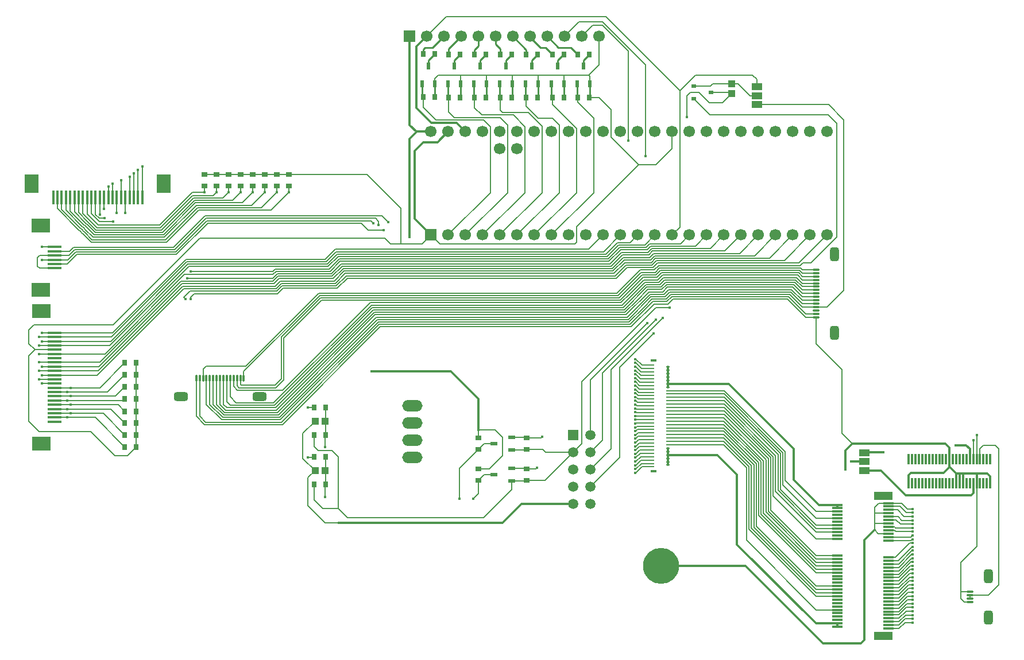
<source format=gtl>
G04*
G04 #@! TF.GenerationSoftware,Altium Limited,Altium Designer,18.0.12 (696)*
G04*
G04 Layer_Physical_Order=1*
G04 Layer_Color=255*
%FSLAX25Y25*%
%MOIN*%
G70*
G01*
G75*
%ADD14C,0.00800*%
%ADD15R,0.05906X0.03937*%
%ADD16R,0.03937X0.03937*%
%ADD17R,0.02835X0.00984*%
%ADD18R,0.02244X0.00984*%
%ADD19R,0.03740X0.01575*%
G04:AMPARAMS|DCode=20|XSize=39.37mil|YSize=11.81mil|CornerRadius=2.95mil|HoleSize=0mil|Usage=FLASHONLY|Rotation=180.000|XOffset=0mil|YOffset=0mil|HoleType=Round|Shape=RoundedRectangle|*
%AMROUNDEDRECTD20*
21,1,0.03937,0.00591,0,0,180.0*
21,1,0.03347,0.01181,0,0,180.0*
1,1,0.00591,-0.01673,0.00295*
1,1,0.00591,0.01673,0.00295*
1,1,0.00591,0.01673,-0.00295*
1,1,0.00591,-0.01673,-0.00295*
%
%ADD20ROUNDEDRECTD20*%
G04:AMPARAMS|DCode=21|XSize=51.18mil|YSize=78.74mil|CornerRadius=12.8mil|HoleSize=0mil|Usage=FLASHONLY|Rotation=180.000|XOffset=0mil|YOffset=0mil|HoleType=Round|Shape=RoundedRectangle|*
%AMROUNDEDRECTD21*
21,1,0.05118,0.05315,0,0,180.0*
21,1,0.02559,0.07874,0,0,180.0*
1,1,0.02559,-0.01280,0.02657*
1,1,0.02559,0.01280,0.02657*
1,1,0.02559,0.01280,-0.02657*
1,1,0.02559,-0.01280,-0.02657*
%
%ADD21ROUNDEDRECTD21*%
%ADD22R,0.02756X0.03543*%
%ADD23R,0.01181X0.06299*%
%ADD24R,0.11024X0.08268*%
%ADD25R,0.07874X0.01575*%
%ADD26R,0.08268X0.11024*%
%ADD27R,0.01575X0.07874*%
G04:AMPARAMS|DCode=28|XSize=51.18mil|YSize=78.74mil|CornerRadius=12.8mil|HoleSize=0mil|Usage=FLASHONLY|Rotation=90.000|XOffset=0mil|YOffset=0mil|HoleType=Round|Shape=RoundedRectangle|*
%AMROUNDEDRECTD28*
21,1,0.05118,0.05315,0,0,90.0*
21,1,0.02559,0.07874,0,0,90.0*
1,1,0.02559,0.02657,0.01280*
1,1,0.02559,0.02657,-0.01280*
1,1,0.02559,-0.02657,-0.01280*
1,1,0.02559,-0.02657,0.01280*
%
%ADD28ROUNDEDRECTD28*%
G04:AMPARAMS|DCode=29|XSize=39.37mil|YSize=11.81mil|CornerRadius=2.95mil|HoleSize=0mil|Usage=FLASHONLY|Rotation=90.000|XOffset=0mil|YOffset=0mil|HoleType=Round|Shape=RoundedRectangle|*
%AMROUNDEDRECTD29*
21,1,0.03937,0.00591,0,0,90.0*
21,1,0.03347,0.01181,0,0,90.0*
1,1,0.00591,0.00295,0.01673*
1,1,0.00591,0.00295,-0.01673*
1,1,0.00591,-0.00295,-0.01673*
1,1,0.00591,-0.00295,0.01673*
%
%ADD29ROUNDEDRECTD29*%
%ADD30R,0.03937X0.03937*%
%ADD31R,0.04134X0.02362*%
%ADD32R,0.03543X0.02756*%
%ADD33R,0.10827X0.04724*%
%ADD34R,0.06102X0.01181*%
%ADD35R,0.02362X0.04134*%
%ADD36R,0.02953X0.02362*%
%ADD67C,0.20866*%
%ADD68C,0.01200*%
%ADD69C,0.01000*%
%ADD70O,0.11811X0.06693*%
%ADD71R,0.06693X0.06693*%
%ADD72C,0.06693*%
%ADD73C,0.05906*%
%ADD74R,0.05906X0.05906*%
%ADD75C,0.01600*%
D14*
X492713Y99713D02*
X509000Y116000D01*
X482000Y99713D02*
X492713D01*
X482000Y117744D02*
X491256D01*
X493000Y116000D01*
X509000D01*
X514000Y121000D01*
Y157000D01*
X557000Y200000D01*
X565000D01*
X519000Y106000D02*
X531000Y118000D01*
Y164000D01*
X561000Y194000D01*
X519000Y96000D02*
X536000Y113000D01*
Y165400D01*
X555600Y185000D01*
X519000Y116000D02*
X526000Y123000D01*
Y162000D01*
X557000Y193000D01*
X519000Y126000D02*
Y158000D01*
X552000Y191000D01*
X596405Y130095D02*
X616600Y109899D01*
X564000Y130095D02*
X596405D01*
X596416Y132063D02*
X618000Y110479D01*
X564000Y132063D02*
X596416D01*
X596428Y134031D02*
X619400Y111059D01*
X564000Y134031D02*
X596428D01*
X596439Y136000D02*
X620800Y111639D01*
X564000Y136000D02*
X596439D01*
X596451Y137969D02*
X622200Y112219D01*
X564000Y137969D02*
X596451D01*
X596462Y139937D02*
X623600Y112799D01*
X564000Y139937D02*
X596462D01*
X596473Y141905D02*
X625000Y113379D01*
X564000Y141905D02*
X596473D01*
X596485Y143874D02*
X626400Y113959D01*
X564000Y143874D02*
X596485D01*
X596496Y145843D02*
X627800Y114539D01*
X564000Y145843D02*
X596496D01*
X596507Y147811D02*
X629200Y115119D01*
X564000Y147811D02*
X596507D01*
X596519Y149779D02*
X630600Y115698D01*
X564000Y149779D02*
X596519D01*
X596530Y151748D02*
X632000Y116278D01*
X564000Y151748D02*
X596530D01*
X564000Y128126D02*
X596394D01*
X564000Y126157D02*
X596382D01*
X564000Y124189D02*
X596371D01*
X564000Y122221D02*
X596359D01*
X650000Y81496D02*
X662276D01*
X650000Y77559D02*
X662276D01*
X650000Y73622D02*
X662276D01*
X649989Y71653D02*
X662276D01*
X649977Y69685D02*
X662276D01*
X650000Y65748D02*
X662276D01*
X650000Y55905D02*
X662276D01*
X649989Y53937D02*
X662276D01*
X649977Y51968D02*
X662276D01*
X649966Y50000D02*
X662276D01*
X649954Y48031D02*
X662276D01*
X649943Y46063D02*
X662276D01*
X650000Y38189D02*
X662276D01*
X649989Y36220D02*
X662276D01*
X650000Y24409D02*
X662276D01*
X632000Y99496D02*
Y116278D01*
X622200Y81726D02*
Y112219D01*
X618000Y79986D02*
Y110479D01*
X616600Y79406D02*
Y109899D01*
X596394Y128126D02*
X615200Y109320D01*
Y72989D02*
Y109320D01*
X596382Y126157D02*
X613800Y108740D01*
Y72409D02*
Y108740D01*
X596371Y124189D02*
X612400Y108160D01*
X596359Y122221D02*
X611000Y107580D01*
X564000Y120252D02*
X596348D01*
X609600Y107000D01*
Y64810D02*
Y107000D01*
Y64810D02*
X650000Y24409D01*
X611000Y71249D02*
X649966Y32283D01*
X662276D01*
X611000Y71249D02*
Y107580D01*
X612400Y71829D02*
X649977Y34252D01*
X662276D01*
X612400Y71829D02*
Y108160D01*
X613800Y72409D02*
X649989Y36220D01*
X615200Y72989D02*
X650000Y38189D01*
X616600Y79406D02*
X649943Y46063D01*
X618000Y79986D02*
X649954Y48031D01*
X619400Y80566D02*
X649966Y50000D01*
X619400Y80566D02*
Y111059D01*
X620800Y81146D02*
X649977Y51968D01*
X620800Y81146D02*
Y111639D01*
X622200Y81726D02*
X649989Y53937D01*
X623600Y82306D02*
Y112799D01*
Y82306D02*
X650000Y55905D01*
X625000Y90748D02*
Y113379D01*
Y90748D02*
X650000Y65748D01*
X626400Y93262D02*
X649977Y69685D01*
X626400Y93262D02*
Y113959D01*
X627800Y93842D02*
X649989Y71653D01*
X627800Y93842D02*
Y114539D01*
X629200Y94422D02*
Y115119D01*
Y94422D02*
X650000Y73622D01*
X630600Y96959D02*
Y115698D01*
Y96959D02*
X650000Y77559D01*
X632000Y99496D02*
X650000Y81496D01*
X692000Y86417D02*
X699583D01*
X703000Y83000D01*
X706000D01*
X686417Y86417D02*
X692000D01*
X684000Y80800D02*
Y84000D01*
X684288Y80512D02*
X692000D01*
X684000Y80800D02*
X684288Y80512D01*
X684394Y74606D02*
X692000D01*
X684000Y70800D02*
Y75000D01*
Y80800D01*
X686099Y68701D02*
X692000D01*
X684000Y75000D02*
X684394Y74606D01*
X684000Y84000D02*
X686417Y86417D01*
X684000Y70800D02*
X686099Y68701D01*
X548818Y166512D02*
X554531D01*
X545346Y169984D02*
X548818Y166512D01*
X545000Y169984D02*
X545346D01*
X692000Y84449D02*
X698551D01*
X702200Y80800D02*
X706000D01*
X698551Y84449D02*
X702200Y80800D01*
X545000Y167784D02*
X545346D01*
X548587Y164543D02*
X554531D01*
X545346Y167784D02*
X548587Y164543D01*
X692000Y82480D02*
X697120D01*
X701000Y78600D02*
X706000D01*
X697120Y82480D02*
X701000Y78600D01*
X545000Y165584D02*
X545346D01*
X548355Y162575D02*
X554531D01*
X545346Y165584D02*
X548355Y162575D01*
X692000Y78543D02*
X697457D01*
X699600Y76400D02*
X706000D01*
X697457Y78543D02*
X699600Y76400D01*
X545000Y163384D02*
X545346D01*
X548124Y160606D02*
X554531D01*
X545346Y163384D02*
X548124Y160606D01*
X692000Y76575D02*
X696425D01*
X698800Y74200D02*
X706000D01*
X696425Y76575D02*
X698800Y74200D01*
X545000Y161184D02*
X545346D01*
X547892Y158638D02*
X554531D01*
X545346Y161184D02*
X547892Y158638D01*
X692000Y72638D02*
X695451D01*
X696089Y72000D02*
X706000D01*
X695451Y72638D02*
X696089Y72000D01*
X545000Y158984D02*
X545346D01*
X547660Y156669D02*
X554531D01*
X545346Y158984D02*
X547660Y156669D01*
X692000Y70669D02*
X695440D01*
X696309Y69800D02*
X706000D01*
X695440Y70669D02*
X696309Y69800D01*
X545000Y156784D02*
X545346D01*
X547429Y154701D02*
X554531D01*
X545346Y156784D02*
X547429Y154701D01*
X705654Y67600D02*
X706000D01*
X704787Y66732D02*
X705654Y67600D01*
X692000Y66732D02*
X704787D01*
X545000Y154584D02*
X545346D01*
X547197Y152732D02*
X554531D01*
X545346Y154584D02*
X547197Y152732D01*
X705018Y64764D02*
X705654Y65400D01*
X706000D01*
X692000Y64764D02*
X705018D01*
X545000Y152384D02*
X545346D01*
X546966Y150764D02*
X554531D01*
X545346Y152384D02*
X546966Y150764D01*
X704200Y63200D02*
X706000D01*
X695921Y54921D02*
X704200Y63200D01*
X692000Y54921D02*
X695921D01*
X545000Y150184D02*
X545346D01*
X546735Y148795D02*
X554531D01*
X545346Y150184D02*
X546735Y148795D01*
X705654Y61000D02*
X706000D01*
X697607Y52953D02*
X705654Y61000D01*
X692000Y52953D02*
X697607D01*
X545000Y147984D02*
X545346D01*
X546503Y146827D02*
X554531D01*
X545346Y147984D02*
X546503Y146827D01*
X705654Y58800D02*
X706000D01*
X697839Y50984D02*
X705654Y58800D01*
X692000Y50984D02*
X697839D01*
X545000Y145784D02*
X545346D01*
X546272Y144858D02*
X554531D01*
X545346Y145784D02*
X546272Y144858D01*
X705434Y56600D02*
X706000D01*
X697850Y49016D02*
X705434Y56600D01*
X692000Y49016D02*
X697850D01*
X545000Y143584D02*
X545346D01*
X546040Y142890D02*
X554531D01*
X545346Y143584D02*
X546040Y142890D01*
X705214Y54400D02*
X706000D01*
X697861Y47047D02*
X705214Y54400D01*
X692000Y47047D02*
X697861D01*
X545000Y141384D02*
X545346D01*
X545809Y140921D02*
X554531D01*
X545346Y141384D02*
X545809Y140921D01*
X704994Y52200D02*
X706000D01*
X697873Y45079D02*
X704994Y52200D01*
X692000Y45079D02*
X697873D01*
X545000Y139184D02*
X545231Y138953D01*
X554531D01*
X704774Y50000D02*
X706000D01*
X697884Y43110D02*
X704774Y50000D01*
X692000Y43110D02*
X697884D01*
X545000Y136984D02*
X554531D01*
X704554Y47800D02*
X706000D01*
X697896Y41142D02*
X704554Y47800D01*
X692000Y41142D02*
X697896D01*
X545000Y134784D02*
X545231Y135016D01*
X554531D01*
X704334Y45600D02*
X706000D01*
X697907Y39173D02*
X704334Y45600D01*
X692000Y39173D02*
X697907D01*
X545809Y133047D02*
X554531D01*
X545000Y132584D02*
X545346D01*
X545809Y133047D01*
X704114Y43400D02*
X706000D01*
X697918Y37205D02*
X704114Y43400D01*
X692000Y37205D02*
X697918D01*
X546040Y131079D02*
X554531D01*
X545000Y130384D02*
X545346D01*
X546040Y131079D01*
X703894Y41200D02*
X706000D01*
X697930Y35236D02*
X703894Y41200D01*
X692000Y35236D02*
X697930D01*
X546272Y129110D02*
X554531D01*
X545000Y128184D02*
X545346D01*
X546272Y129110D01*
X703673Y39000D02*
X706000D01*
X697941Y33268D02*
X703673Y39000D01*
X692000Y33268D02*
X697941D01*
X546503Y127142D02*
X554531D01*
X545000Y125984D02*
X545346D01*
X546503Y127142D01*
X703453Y36800D02*
X706000D01*
X697953Y31299D02*
X703453Y36800D01*
X692000Y31299D02*
X697953D01*
X546735Y125173D02*
X554531D01*
X545000Y123784D02*
X545346D01*
X546735Y125173D01*
X703233Y34600D02*
X706000D01*
X697964Y29331D02*
X703233Y34600D01*
X692000Y29331D02*
X697964D01*
X546966Y123205D02*
X554531D01*
X545000Y121584D02*
X545346D01*
X546966Y123205D01*
X703013Y32400D02*
X706000D01*
X697975Y27362D02*
X703013Y32400D01*
X692000Y27362D02*
X697975D01*
X547197Y121236D02*
X554531D01*
X545000Y119384D02*
X545346D01*
X547197Y121236D01*
X702793Y30200D02*
X706000D01*
X697987Y25394D02*
X702793Y30200D01*
X692000Y25394D02*
X697987D01*
X547429Y119268D02*
X554531D01*
X545000Y117184D02*
X545346D01*
X547429Y119268D01*
X702573Y28000D02*
X706000D01*
X697998Y23425D02*
X702573Y28000D01*
X692000Y23425D02*
X697998D01*
X547660Y117299D02*
X554531D01*
X545000Y114984D02*
X545346D01*
X547660Y117299D01*
X702353Y25800D02*
X706000D01*
X698009Y21457D02*
X702353Y25800D01*
X692000Y21457D02*
X698009D01*
X547892Y115331D02*
X554531D01*
X545000Y112784D02*
X545346D01*
X547892Y115331D01*
X702133Y23600D02*
X706000D01*
X698021Y19488D02*
X702133Y23600D01*
X692000Y19488D02*
X698021D01*
X548124Y113362D02*
X554531D01*
X545000Y110584D02*
X545346D01*
X548124Y113362D01*
X701913Y21400D02*
X706000D01*
X698032Y17520D02*
X701913Y21400D01*
X692000Y17520D02*
X698032D01*
X548355Y111394D02*
X554531D01*
X545000Y108384D02*
X545346D01*
X548355Y111394D01*
X701692Y19200D02*
X706000D01*
X698044Y15551D02*
X701692Y19200D01*
X692000Y15551D02*
X698044D01*
X548587Y109425D02*
X554531D01*
X545000Y106184D02*
X545346D01*
X548587Y109425D01*
X701472Y17000D02*
X706000D01*
X698055Y13583D02*
X701472Y17000D01*
X692000Y13583D02*
X698055D01*
X548818Y107457D02*
X554531D01*
X545000Y103984D02*
X545346D01*
X548818Y107457D01*
X665000Y127000D02*
X671000Y121000D01*
X665000Y127000D02*
Y164000D01*
X734039Y52039D02*
X743126Y61126D01*
X734039Y34961D02*
Y52039D01*
X743126Y61126D02*
Y97827D01*
Y112000D02*
Y125874D01*
X741157Y112000D02*
Y122843D01*
X756000Y39000D02*
Y118000D01*
X749992Y32992D02*
X756000Y39000D01*
X739370Y32992D02*
X749992D01*
X745094Y112000D02*
Y118095D01*
X747000Y120000D01*
X754000D01*
X756000Y118000D01*
X739370Y31024D02*
Y32992D01*
X734039Y30961D02*
Y34961D01*
Y30961D02*
X735945Y29055D01*
X739370D01*
X588031Y319000D02*
X595662D01*
X582031Y325000D02*
X588031Y319000D01*
X577000Y325000D02*
X582031D01*
X600338D02*
X601000Y324338D01*
X589020Y325000D02*
X600338D01*
X595662Y319000D02*
X601000Y324338D01*
X250256Y114000D02*
X255256Y119000D01*
X243000Y114000D02*
X250256D01*
X229000Y128000D02*
X243000Y114000D01*
X199000Y128000D02*
X229000D01*
X193000Y134000D02*
X199000Y128000D01*
X193000Y134000D02*
Y172031D01*
X196484Y175516D01*
X208000D01*
X193000Y179000D02*
X196484Y175516D01*
X193000Y179000D02*
Y187000D01*
X196000Y190000D01*
X242000D01*
X292256Y240256D01*
X255256Y161000D02*
Y168000D01*
Y154000D02*
Y161000D01*
Y147000D02*
Y154000D01*
Y139772D02*
Y147000D01*
Y133000D02*
Y139772D01*
Y126000D02*
Y133000D01*
Y119000D02*
Y126000D01*
X198779Y168142D02*
X208000D01*
X614306Y230000D02*
X626417Y242112D01*
X556185Y230000D02*
X614306D01*
X553785Y227600D02*
X556185Y230000D01*
X538459Y227600D02*
X553785D01*
X532059Y221200D02*
X538459Y227600D01*
X376039Y221200D02*
X532059D01*
X370239Y215400D02*
X376039Y221200D01*
X338865Y215400D02*
X370239D01*
X335865Y212400D02*
X338865Y215400D01*
X282420Y212400D02*
X335865D01*
X233241Y163221D02*
X282420Y212400D01*
X208000Y163221D02*
X233241D01*
X198779D02*
X208000D01*
X236689Y257311D02*
Y264063D01*
X605706Y231400D02*
X616417Y242112D01*
X555605Y231400D02*
X605706D01*
X553205Y229000D02*
X555605Y231400D01*
X537879Y229000D02*
X553205D01*
X531479Y222600D02*
X537879Y229000D01*
X375459Y222600D02*
X531479D01*
X369659Y216800D02*
X375459Y222600D01*
X338285Y216800D02*
X369659D01*
X335285Y213800D02*
X338285Y216800D01*
X281840Y213800D02*
X335285D01*
X233721Y165681D02*
X281840Y213800D01*
X208000Y165681D02*
X233721D01*
X200760D02*
X208000D01*
X239150Y264063D02*
Y270150D01*
X597106Y232800D02*
X606417Y242112D01*
X555025Y232800D02*
X597106D01*
X552825Y230600D02*
X555025Y232800D01*
X537499Y230600D02*
X552825D01*
X530899Y224000D02*
X537499Y230600D01*
X374879Y224000D02*
X530899D01*
X369079Y218200D02*
X374879Y224000D01*
X337705Y218200D02*
X369079D01*
X334705Y215200D02*
X337705Y218200D01*
X281260Y215200D02*
X334705D01*
X234198Y168138D02*
X281260Y215200D01*
X208000Y168138D02*
X234198D01*
X241606Y264063D02*
Y272000D01*
X579906Y235600D02*
X586417Y242112D01*
X553865Y235600D02*
X579906D01*
X551831Y233565D02*
X553865Y235600D01*
X536505Y233565D02*
X551831D01*
X529740Y226800D02*
X536505Y233565D01*
X373720Y226800D02*
X529740D01*
X367920Y221000D02*
X373720Y226800D01*
X336546Y221000D02*
X367920D01*
X334746Y219200D02*
X336546Y221000D01*
X283280Y219200D02*
X334746D01*
X237140Y173059D02*
X283280Y219200D01*
X208000Y173059D02*
X237140D01*
X198779D02*
X208000D01*
X246528Y264063D02*
Y274000D01*
X535345Y236365D02*
X550671D01*
X556417Y242112D01*
X528580Y229600D02*
X535345Y236365D01*
X372560Y229600D02*
X528580D01*
X366760Y223800D02*
X372560Y229600D01*
X285901Y223800D02*
X366760D01*
X240077Y177976D02*
X285901Y223800D01*
X208000Y177976D02*
X240077D01*
X198779D02*
X208000D01*
X251445Y264063D02*
Y276000D01*
X534765Y237765D02*
X542071D01*
X546417Y242112D01*
X528000Y231000D02*
X534765Y237765D01*
X371980Y231000D02*
X528000D01*
X366180Y225200D02*
X371980Y231000D01*
X285321Y225200D02*
X366180D01*
X240558Y180437D02*
X285321Y225200D01*
X208000Y180437D02*
X240558D01*
X200760D02*
X208000D01*
X253906Y264063D02*
Y278000D01*
X371400Y232400D02*
X526706D01*
X536417Y242112D01*
X365600Y226600D02*
X371400Y232400D01*
X241038Y182898D02*
X284741Y226600D01*
X365600D01*
X208000Y182898D02*
X241038D01*
X198779D02*
X208000D01*
X256366Y264063D02*
Y280000D01*
X370820Y233800D02*
X518106D01*
X526417Y242112D01*
X365020Y228000D02*
X370820Y233800D01*
X241519Y185358D02*
X284161Y228000D01*
X365020D01*
X208000Y185358D02*
X241519D01*
X200760D02*
X208000D01*
X258827Y264063D02*
Y282000D01*
X234359Y254062D02*
Y263936D01*
X233875Y252000D02*
X237000D01*
X231772Y254103D02*
X233875Y252000D01*
X233895Y250000D02*
X242000D01*
X229311Y254584D02*
X233895Y250000D01*
X226850Y254150D02*
X233200Y247800D01*
X228010Y251010D02*
X232620Y246400D01*
X228010Y251010D02*
X228010D01*
X224390Y254630D02*
X228010Y251010D01*
X227430Y249610D02*
X232040Y245000D01*
X227430Y249610D02*
X227430D01*
X227020Y250020D02*
X227430Y249610D01*
X227020Y250020D02*
X227020D01*
X221929Y255111D02*
X227020Y250020D01*
X226850Y248210D02*
X231460Y243600D01*
X226850Y248210D02*
X226850D01*
X226440Y248620D02*
X226850Y248210D01*
X226440Y248620D02*
X226440D01*
X226030Y249030D02*
X226440Y248620D01*
X226030Y249030D02*
X226030D01*
X219468Y255592D02*
X226030Y249030D01*
X226270Y246810D02*
X230880Y242200D01*
X226270Y246810D02*
X226270D01*
X225860Y247220D02*
X226270Y246810D01*
X225860Y247220D02*
X225860D01*
X225450Y247630D02*
X225860Y247220D01*
X225450Y247630D02*
X225450D01*
X225040Y248040D02*
X225450Y247630D01*
X225040Y248040D02*
X225040D01*
X217008Y256072D02*
X225040Y248040D01*
X225691Y245410D02*
X230301Y240800D01*
X225691Y245410D02*
X225691D01*
X225280Y245820D02*
X225691Y245410D01*
X225280Y245820D02*
X225280D01*
X224870Y246230D02*
X225280Y245820D01*
X224870Y246230D02*
X224870D01*
X224460Y246640D02*
X224870Y246230D01*
X224460Y246640D02*
X224460D01*
X224050Y247050D02*
X224460Y246640D01*
X224050Y247050D02*
X224050D01*
X214551Y256549D02*
X224050Y247050D01*
X225111Y244010D02*
X229721Y239400D01*
X225111Y244010D02*
X225111D01*
X224701Y244420D02*
X225111Y244010D01*
X224700Y244420D02*
X224701D01*
X224290Y244830D02*
X224700Y244420D01*
X224290Y244830D02*
X224290D01*
X223880Y245240D02*
X224290Y244830D01*
X223880Y245240D02*
X223880D01*
X223470Y245650D02*
X223880Y245240D01*
X223470Y245650D02*
X223470D01*
X223060Y246060D02*
X223470Y245650D01*
X223060Y246060D02*
X223060D01*
X212090Y257030D02*
X223060Y246060D01*
X224531Y242610D02*
X229141Y238000D01*
X224531Y242610D02*
X224531D01*
X224121Y243020D02*
X224531Y242610D01*
X224121Y243020D02*
X224121D01*
X223711Y243430D02*
X224121Y243020D01*
X223711Y243430D02*
X223711D01*
X223301Y243840D02*
X223711Y243430D01*
X223301Y243840D02*
X223301D01*
X222890Y244250D02*
X223301Y243840D01*
X222890Y244250D02*
X222890D01*
X222480Y244660D02*
X222890Y244250D01*
X222480Y244660D02*
X222480D01*
X222070Y245070D02*
X222480Y244660D01*
X222070Y245070D02*
X222070D01*
X209630Y257511D02*
X222070Y245070D01*
X231772Y254103D02*
Y264063D01*
X229311Y254584D02*
Y264063D01*
X226850Y254150D02*
Y264063D01*
X233200Y247800D02*
X268800D01*
X224390Y254630D02*
Y264063D01*
X232620Y246400D02*
X269400D01*
X221929Y255111D02*
Y264063D01*
X232040Y245000D02*
X269980D01*
X219468Y255592D02*
Y264063D01*
X231460Y243600D02*
X270560D01*
X217008Y256072D02*
Y264063D01*
X230880Y242200D02*
X271140D01*
X214551Y256549D02*
Y264063D01*
X230301Y240800D02*
X271720D01*
X212090Y257030D02*
Y264063D01*
X229721Y239400D02*
X272299D01*
X209630Y257511D02*
Y264063D01*
X229141Y238000D02*
X272879D01*
X234232Y264063D02*
X234359Y263936D01*
X283000Y206000D02*
X284000Y205000D01*
X283000Y206000D02*
X286600Y209600D01*
X287000Y205000D02*
Y206000D01*
X289000Y208000D01*
X337405D02*
X340605Y211200D01*
X289000Y208000D02*
X337405D01*
X337025Y209600D02*
X340025Y212600D01*
X286600Y209600D02*
X337025D01*
X285000Y217000D02*
X334525D01*
X287000Y221000D02*
X334566D01*
X283000Y211000D02*
X336445D01*
X232760Y160760D02*
X283000Y211000D01*
X208000Y160760D02*
X232760D01*
X335966Y222400D02*
X367340D01*
X334566Y221000D02*
X335966Y222400D01*
X334525Y217000D02*
X337125Y219600D01*
X336445Y211000D02*
X339445Y214000D01*
X340605Y211200D02*
X371979D01*
X340025Y212600D02*
X371399D01*
X339445Y214000D02*
X370819D01*
X337125Y219600D02*
X368499D01*
X374300Y225400D01*
X370819Y214000D02*
X376619Y219800D01*
X371399Y212600D02*
X377199Y218400D01*
X371979Y211200D02*
X377779Y217000D01*
X317748Y162908D02*
X361840Y207000D01*
X317748Y159000D02*
Y162908D01*
X296000Y166000D02*
X318860D01*
X361260Y208400D02*
X534440D01*
X318860Y166000D02*
X361260Y208400D01*
X294126Y164126D02*
X296000Y166000D01*
X294126Y159000D02*
Y164126D01*
X361840Y207000D02*
X535020D01*
X362420Y205600D02*
X535600D01*
X339600Y182780D02*
X362420Y205600D01*
X339600Y158580D02*
Y182780D01*
X335820Y154800D02*
X339600Y158580D01*
X316400Y154800D02*
X335820D01*
X315779Y155420D02*
X316400Y154800D01*
X315779Y155420D02*
Y159000D01*
X363000Y204200D02*
X536180D01*
X341000Y182200D02*
X363000Y204200D01*
X341000Y158000D02*
Y182200D01*
X336400Y153400D02*
X341000Y158000D01*
X315000Y153400D02*
X336400D01*
X313811Y154589D02*
X315000Y153400D01*
X313811Y154589D02*
Y159000D01*
X391201Y202800D02*
X536760D01*
X340401Y152000D02*
X391201Y202800D01*
X314000Y152000D02*
X340401D01*
X311842Y154157D02*
X314000Y152000D01*
X311842Y154157D02*
Y159000D01*
X391781Y201400D02*
X537340D01*
X334981Y144600D02*
X391781Y201400D01*
X313400Y144600D02*
X334981D01*
X335561Y143200D02*
X392361Y200000D01*
X336141Y141800D02*
X392941Y198600D01*
X336721Y140400D02*
X393521Y197200D01*
X337301Y139000D02*
X394101Y195800D01*
X337880Y137600D02*
X394680Y194400D01*
X338460Y136200D02*
X395260Y193000D01*
X339040Y134800D02*
X395840Y191600D01*
X339620Y133400D02*
X396420Y190200D01*
X340200Y132000D02*
X397000Y188800D01*
X310000Y143200D02*
X335561D01*
X307899Y141800D02*
X336141D01*
X307320Y140400D02*
X336721D01*
X306740Y139000D02*
X337301D01*
X306160Y137600D02*
X337880D01*
X305580Y136200D02*
X338460D01*
X305000Y134800D02*
X339040D01*
X295580Y133400D02*
X339620D01*
X295000Y132000D02*
X340200D01*
X307906Y145294D02*
X310000Y143200D01*
X305937Y143762D02*
X307899Y141800D01*
X303969Y143751D02*
X307320Y140400D01*
X302000Y143740D02*
X306740Y139000D01*
X300031Y143728D02*
X306160Y137600D01*
X298063Y143717D02*
X305580Y136200D01*
X296094Y143705D02*
X305000Y134800D01*
X292158Y136822D02*
X295580Y133400D01*
X290189Y136811D02*
X295000Y132000D01*
X309874Y148126D02*
X313400Y144600D01*
X309874Y148126D02*
Y159000D01*
X392361Y200000D02*
X537920D01*
X307906Y145294D02*
Y159000D01*
X392941Y198600D02*
X538499D01*
X394101Y195800D02*
X539659D01*
X394680Y194400D02*
X540239D01*
X395260Y193000D02*
X540819D01*
X395840Y191600D02*
X541399D01*
X396420Y190200D02*
X541979D01*
X397000Y188800D02*
X542559D01*
X305937Y143762D02*
Y159000D01*
X393521Y197200D02*
X539079D01*
X303969Y143751D02*
Y159000D01*
X302000Y143740D02*
Y159000D01*
X300031Y143728D02*
Y159000D01*
X298063Y143717D02*
Y159000D01*
X296094Y143705D02*
Y159000D01*
X292158Y136822D02*
Y159000D01*
X290189Y136811D02*
Y159000D01*
X352000Y126862D02*
X359138Y134000D01*
X352000Y112382D02*
Y126862D01*
Y112382D02*
X359138Y105244D01*
X355000Y113000D02*
X358500D01*
X355000Y142000D02*
X358744D01*
X355000Y101106D02*
X359138Y105244D01*
X355000Y85000D02*
Y101106D01*
Y85000D02*
X365000Y75000D01*
X373000D01*
X534440Y208400D02*
X547840Y221800D01*
X208000Y141079D02*
X215240D01*
Y136161D02*
X231583D01*
X208000D02*
X215240D01*
X231583D02*
X248744Y119000D01*
X236122Y138622D02*
X248744Y126000D01*
X217220Y138622D02*
X236122D01*
X208000D02*
X217220D01*
X240665Y141079D02*
X248744Y133000D01*
X215240Y141079D02*
X240665D01*
X208000Y143539D02*
X217220D01*
X244976D02*
X248744Y139772D01*
X217220Y143539D02*
X244976D01*
X247744Y146000D02*
X248744Y147000D01*
X215240Y146000D02*
X247744D01*
X208000D02*
X215240D01*
X243205Y148461D02*
X248744Y154000D01*
X217220Y148461D02*
X243205D01*
X208000D02*
X217220D01*
X238665Y150921D02*
X248744Y161000D01*
X215240Y150921D02*
X238665D01*
X208000D02*
X215240D01*
X234126Y153382D02*
X248744Y168000D01*
X217220Y153382D02*
X234126D01*
X208000D02*
X217220D01*
X198779Y158303D02*
X208000D01*
X200760Y155842D02*
X208000D01*
X200760Y160760D02*
X208000D01*
X566800Y204800D02*
X633421D01*
X564063Y202063D02*
X566800Y204800D01*
X555822Y202063D02*
X564063D01*
X566180Y206200D02*
X634001D01*
X563443Y203463D02*
X566180Y206200D01*
X555242Y203463D02*
X563443D01*
X565600Y207600D02*
X634581D01*
X562863Y204863D02*
X565600Y207600D01*
X554662Y204863D02*
X562863D01*
X564980Y209000D02*
X635161D01*
X562243Y206263D02*
X564980Y209000D01*
X554082Y206263D02*
X562243D01*
X564400Y210400D02*
X635741D01*
X561663Y207663D02*
X564400Y210400D01*
X553502Y207663D02*
X561663D01*
X563760Y211800D02*
X636321D01*
X561023Y209063D02*
X563760Y211800D01*
X552922Y209063D02*
X561023D01*
X563180Y213200D02*
X636901D01*
X560443Y210463D02*
X563180Y213200D01*
X552342Y210463D02*
X560443D01*
X562600Y214600D02*
X637480D01*
X559863Y211863D02*
X562600Y214600D01*
X551762Y211863D02*
X559863D01*
X562000Y216000D02*
X638060D01*
X559263Y213263D02*
X562000Y216000D01*
X551183Y213263D02*
X559263D01*
X561404Y217400D02*
X638640D01*
X558667Y214663D02*
X561404Y217400D01*
X550603Y214663D02*
X558667D01*
X558087Y216063D02*
X560824Y218800D01*
X550023Y216063D02*
X558087D01*
X560824Y218800D02*
X639220D01*
X560244Y220200D02*
X639800D01*
X557644Y217600D02*
X560244Y220200D01*
X549580Y217600D02*
X557644D01*
X559664Y221600D02*
X640389D01*
X557064Y219000D02*
X559664Y221600D01*
X549000Y219000D02*
X557064D01*
X559085Y223000D02*
X640969D01*
X556485Y220400D02*
X559085Y223000D01*
X548420Y220400D02*
X556485D01*
X643812Y194409D02*
X650000D01*
X633421Y204800D02*
X643812Y194409D01*
X634001Y206200D02*
X643823Y196378D01*
X634581Y207600D02*
X641866Y200315D01*
X635161Y209000D02*
X641877Y202284D01*
X635741Y210400D02*
X641889Y204252D01*
X636321Y211800D02*
X641900Y206221D01*
X641912Y208189D02*
X650000D01*
X636901Y213200D02*
X641912Y208189D01*
X641923Y210157D02*
X650000D01*
X637480Y214600D02*
X641923Y210157D01*
X641934Y212126D02*
X650000D01*
X638060Y216000D02*
X641934Y212126D01*
X641946Y214094D02*
X650000D01*
X638640Y217400D02*
X641946Y214094D01*
X641957Y216063D02*
X650000D01*
X639220Y218800D02*
X641957Y216063D01*
X641968Y218032D02*
X650000D01*
X639800Y220200D02*
X641968Y218032D01*
X641989Y220000D02*
X650000D01*
X640389Y221600D02*
X641989Y220000D01*
X642000Y221969D02*
X650000D01*
X640969Y223000D02*
X642000Y221969D01*
X643823Y196378D02*
X650000D01*
X641877Y202284D02*
X650000D01*
X641889Y204252D02*
X650000D01*
X641900Y206221D02*
X650000D01*
X640686Y224400D02*
X642286Y226000D01*
X558505Y224400D02*
X640686D01*
X640106Y225800D02*
X656417Y242112D01*
X557925Y225800D02*
X640106D01*
X631506Y227200D02*
X646417Y242112D01*
X557345Y227200D02*
X631506D01*
X641866Y200315D02*
X650000D01*
X556765Y228600D02*
X622906D01*
X554445Y234200D02*
X588506D01*
X571306Y237000D02*
X576417Y242112D01*
X553286Y237000D02*
X571306D01*
X642286Y226000D02*
X647000D01*
X662000Y241000D01*
X555905Y221800D02*
X558505Y224400D01*
X547840Y221800D02*
X555905D01*
X555325Y223200D02*
X557925Y225800D01*
X540180Y223200D02*
X555325D01*
X554745Y224600D02*
X557345Y227200D01*
X539600Y224600D02*
X554745D01*
X622906Y228600D02*
X636417Y242112D01*
X554165Y226000D02*
X556765Y228600D01*
X538839Y226000D02*
X554165D01*
X588506Y234200D02*
X596417Y242112D01*
X536920Y232000D02*
X552245D01*
X554445Y234200D01*
X551251Y234965D02*
X553286Y237000D01*
X535020Y207000D02*
X548420Y220400D01*
X540000Y210000D02*
X549000Y219000D01*
X536180Y204200D02*
X549580Y217600D01*
X541980Y208020D02*
X550023Y216063D01*
X537340Y201400D02*
X550603Y214663D01*
X543960Y206040D02*
X551183Y213263D01*
X538499Y198600D02*
X551762Y211863D01*
X545940Y204060D02*
X552342Y210463D01*
X539659Y195800D02*
X552922Y209063D01*
X547920Y202080D02*
X553502Y207663D01*
X540819Y193000D02*
X554082Y206263D01*
X549899Y200100D02*
X554662Y204863D01*
X541979Y190200D02*
X555242Y203463D01*
X542559Y188800D02*
X555822Y202063D01*
X535925Y234965D02*
X551251D01*
X396000Y248000D02*
Y250000D01*
X394170Y251830D02*
X396000Y250000D01*
X295810Y251830D02*
X394170D01*
X391570Y250430D02*
X393000Y249000D01*
X296390Y250430D02*
X391570D01*
X390000Y245000D02*
X399000D01*
X385970Y249030D02*
X390000Y245000D01*
X296970Y249030D02*
X385970D01*
X532639Y219800D02*
X538839Y226000D01*
X376619Y219800D02*
X532639D01*
X525980Y366000D02*
X551000Y340980D01*
Y288000D02*
Y340980D01*
X526000Y364000D02*
X541000Y349000D01*
X454000Y129000D02*
X463693D01*
X468000Y124693D01*
Y114000D02*
Y124693D01*
X511000Y247000D02*
X547000Y283000D01*
X511000Y238000D02*
Y247000D01*
X510000Y237000D02*
X511000Y238000D01*
X431529Y237000D02*
X510000D01*
X529160Y228200D02*
X535925Y234965D01*
X530320Y225400D02*
X536920Y232000D01*
X533400Y218400D02*
X539600Y224600D01*
X533980Y217000D02*
X540180Y223200D01*
X373140Y228200D02*
X529160D01*
X374300Y225400D02*
X530320D01*
X377199Y218400D02*
X533400D01*
X377779Y217000D02*
X533980D01*
X426417Y242112D02*
X431529Y237000D01*
X650000Y179000D02*
X665000Y164000D01*
X650000Y179000D02*
Y194409D01*
X409000Y237000D02*
X421306D01*
X403000D02*
X409000D01*
X344000Y277256D02*
X389344D01*
X409000Y257600D01*
Y237000D02*
Y257600D01*
X421306Y237000D02*
X426417Y242112D01*
X399744Y240256D02*
X403000Y237000D01*
X292256Y240256D02*
X399744D01*
X363724Y83276D02*
X372724D01*
X358744Y88256D02*
X363724Y83276D01*
X358744Y88256D02*
Y97244D01*
X378000Y78000D02*
X457000D01*
X372724Y83276D02*
X378000Y78000D01*
X372724Y83276D02*
Y113276D01*
X369000Y117000D02*
X372724Y113276D01*
X361000Y117000D02*
X369000D01*
X358744Y119256D02*
X361000Y117000D01*
X358744Y119256D02*
Y126000D01*
X575000Y310694D02*
Y323000D01*
X577000Y325000D01*
X566417Y292417D02*
Y302112D01*
X557000Y283000D02*
X566417Y292417D01*
X547000Y283000D02*
X557000D01*
X531000Y299000D02*
X547000Y283000D01*
X531000Y299000D02*
Y315000D01*
X524000Y322000D02*
X531000Y315000D01*
X518256Y322000D02*
X524000D01*
X571000Y246694D02*
Y326000D01*
X566417Y242112D02*
X571000Y246694D01*
Y326000D02*
X580000Y335000D01*
X541000Y297000D02*
Y349000D01*
X496417Y242112D02*
X521000Y266694D01*
Y310000D01*
X511744Y319256D02*
X521000Y310000D01*
X486417Y242112D02*
X511000Y266694D01*
Y304000D01*
X496969Y318032D02*
X511000Y304000D01*
X476417Y242112D02*
X501000Y266694D01*
Y306000D01*
X497000Y310000D02*
X501000Y306000D01*
X488600Y310000D02*
X497000D01*
X481744Y316856D02*
X488600Y310000D01*
X466417Y242112D02*
X491000Y266694D01*
Y305112D01*
X482912Y313200D02*
X491000Y305112D01*
X468000Y313200D02*
X482912D01*
X456417Y242112D02*
X481000Y266694D01*
Y305000D01*
X474200Y311800D02*
X481000Y305000D01*
X456000Y311800D02*
X474200D01*
X446417Y242112D02*
X471000Y266694D01*
Y306000D01*
X466600Y310400D02*
X471000Y306000D01*
X440000Y310400D02*
X466600D01*
X429200Y309000D02*
X457000D01*
X461000Y305000D01*
Y266694D02*
Y305000D01*
X436417Y242112D02*
X461000Y266694D01*
X734039Y34961D02*
X739370D01*
X580000Y335000D02*
X613000D01*
X528000Y369000D02*
X571000Y326000D01*
X435432Y369000D02*
X528000D01*
X423937Y357505D02*
X435432Y369000D01*
X547920Y202080D02*
X547920D01*
X540239Y194400D02*
X547920Y202080D01*
X545940Y204060D02*
X545940D01*
X539079Y197200D02*
X545940Y204060D01*
X543960Y206040D02*
X543960D01*
X537920Y200000D02*
X543960Y206040D01*
X541980Y208020D02*
X541980D01*
X536760Y202800D02*
X541980Y208020D01*
X540000Y210000D02*
X540000D01*
X535600Y205600D02*
X540000Y210000D01*
X613000Y335000D02*
X615529Y332471D01*
Y328118D02*
Y332471D01*
X473216Y94217D02*
Y99228D01*
X457000Y78000D02*
X473216Y94217D01*
X358500Y113000D02*
X358744Y113244D01*
X666000Y210000D02*
Y309000D01*
X657118Y317882D02*
X666000Y309000D01*
X615529Y317882D02*
X657118D01*
X656315Y200315D02*
X666000Y210000D01*
X650000Y200315D02*
X656315D01*
X454000Y124256D02*
Y129000D01*
X460224Y106224D02*
X468000Y114000D01*
X454000Y106224D02*
X460224D01*
X518000Y335000D02*
X518740Y334260D01*
Y329784D02*
Y334260D01*
X503500Y335000D02*
X518000D01*
X489000D02*
X503500D01*
X503740Y334760D01*
Y329784D02*
Y334760D01*
X474000Y335000D02*
X489000D01*
X488740Y334740D02*
X489000Y335000D01*
X488740Y329784D02*
Y334740D01*
X459000Y335000D02*
X474000D01*
X473740Y334740D02*
X474000Y335000D01*
X473740Y329784D02*
Y334740D01*
X444000Y335000D02*
X459000D01*
X458740Y334740D02*
X459000Y335000D01*
X458740Y329784D02*
Y334740D01*
X430709Y335000D02*
X444000D01*
X443740Y334740D02*
X444000Y335000D01*
X443740Y329784D02*
Y334740D01*
X523937Y340937D02*
Y357505D01*
X518000Y335000D02*
X523937Y340937D01*
X428740Y333032D02*
X430709Y335000D01*
X428740Y329784D02*
Y333032D01*
X512432Y366000D02*
X525980D01*
X520432Y364000D02*
X526000D01*
X513937Y357505D02*
X520432Y364000D01*
X503937Y357505D02*
X512432Y366000D01*
X482000Y106224D02*
X487224D01*
X488000Y107000D01*
X482000Y124256D02*
X490256D01*
X491000Y125000D01*
X398104Y253230D02*
X401667Y249667D01*
X337000Y277256D02*
X344000D01*
X330000D02*
X337000D01*
X323000D02*
X330000D01*
X316000D02*
X323000D01*
X309000D02*
X316000D01*
X302000D02*
X309000D01*
X295000D02*
X302000D01*
X657000Y312000D02*
X662000Y307000D01*
Y241000D02*
Y307000D01*
X578980Y321260D02*
X588240Y312000D01*
X657000D01*
X549899Y200100D02*
X549899D01*
X601000Y330062D02*
X604538D01*
X611600Y323000D01*
X615529D01*
X578980Y328740D02*
X579120Y328600D01*
X588600D01*
X590062Y330062D01*
X601000D01*
X443000Y106744D02*
X454000Y117744D01*
X443000Y89000D02*
Y106744D01*
X454000Y92000D02*
Y99713D01*
X451000Y89000D02*
X454000Y92000D01*
X457256Y102969D02*
X462783D01*
X454000Y99713D02*
X457256Y102969D01*
Y121000D02*
X462783D01*
X454000Y117744D02*
X457256Y121000D01*
X481516Y106709D02*
X482000Y106224D01*
X473216Y106709D02*
X481516D01*
Y124740D02*
X482000Y124256D01*
X473216Y124740D02*
X481516D01*
X481516Y99228D02*
X482000Y99713D01*
X473216Y99228D02*
X481516D01*
Y117260D02*
X482000Y117744D01*
X473216Y117260D02*
X481516D01*
X365256Y126000D02*
Y142000D01*
X365000Y125744D02*
X365256Y126000D01*
X365000Y119000D02*
Y125744D01*
X365256Y97244D02*
Y113244D01*
X365000Y96988D02*
X365256Y97244D01*
X365000Y90000D02*
Y96988D01*
X295230Y253230D02*
X398104D01*
X277580Y233600D02*
X295810Y251830D01*
X277000Y235000D02*
X295230Y253230D01*
X215311Y225311D02*
X220800Y230800D01*
X207937Y225311D02*
X215311D01*
X278740Y230800D02*
X296970Y249030D01*
X220800Y230800D02*
X278740D01*
X218941Y235000D02*
X277000D01*
X216630Y232689D02*
X218941Y235000D01*
X207937Y232689D02*
X216630D01*
X219541Y233600D02*
X277580D01*
X216169Y230228D02*
X219541Y233600D01*
X207937Y230228D02*
X216169D01*
X198000Y229000D02*
X199228Y230228D01*
X207937D01*
X198000Y224000D02*
Y229000D01*
X199150Y222850D02*
X207937D01*
X198000Y224000D02*
X199150Y222850D01*
X207937Y227772D02*
X215772D01*
X220200Y232200D01*
X200772Y235150D02*
X207937D01*
X200772Y227772D02*
X207937D01*
X278160Y232200D02*
X296390Y250430D01*
X220200Y232200D02*
X278160D01*
X367340Y222400D02*
X373140Y228200D01*
X541399Y191600D02*
X549899Y200100D01*
X268800Y247800D02*
X288000Y267000D01*
X269400Y246400D02*
X288000Y265000D01*
X269980Y245000D02*
X288580Y263600D01*
X270560Y243600D02*
X289160Y262200D01*
X271140Y242200D02*
X289740Y260800D01*
X271720Y240800D02*
X290320Y259400D01*
X272299Y239400D02*
X290899Y258000D01*
X272879Y238000D02*
X291479Y256600D01*
X333600D02*
X344000Y267000D01*
X291479Y256600D02*
X333600D01*
X328000Y258000D02*
X337000Y267000D01*
X290899Y258000D02*
X328000D01*
X316800Y260800D02*
X323000Y267000D01*
X289740Y260800D02*
X316800D01*
X311200Y262200D02*
X316000Y267000D01*
X289160Y262200D02*
X311200D01*
X305600Y263600D02*
X309000Y267000D01*
X288580Y263600D02*
X305600D01*
X300000Y265000D02*
X302000Y267000D01*
X288000Y265000D02*
X300000D01*
X290320Y259400D02*
X322400D01*
X295000Y267000D02*
Y270744D01*
X288000Y267000D02*
X295000D01*
X322400Y259400D02*
X330000Y267000D01*
X344000D02*
Y270744D01*
X337000Y267000D02*
Y270744D01*
X330000Y267000D02*
Y270744D01*
X323000Y267000D02*
Y270744D01*
X316000Y267000D02*
Y270744D01*
X309000Y267000D02*
Y270744D01*
X302000Y267000D02*
Y270744D01*
X511744Y319256D02*
Y322000D01*
X496969Y318032D02*
Y322000D01*
X481744Y316856D02*
Y322000D01*
X466744Y314456D02*
X468000Y313200D01*
X466744Y314456D02*
Y322000D01*
X451744Y316056D02*
X456000Y311800D01*
X451744Y316056D02*
Y322000D01*
X436744Y313656D02*
X440000Y310400D01*
X436744Y313656D02*
Y322000D01*
X422000Y316200D02*
X429200Y309000D01*
X422000Y316200D02*
Y322150D01*
X248984Y254984D02*
Y264063D01*
X244000Y255000D02*
Y263996D01*
X244067Y264063D01*
D15*
X678000Y115559D02*
D03*
Y105323D02*
D03*
Y110441D02*
D03*
X615529Y317882D02*
D03*
Y328118D02*
D03*
Y323000D02*
D03*
D16*
X601000Y324338D02*
D03*
Y330062D02*
D03*
D17*
X554531Y107457D02*
D03*
Y109425D02*
D03*
Y111394D02*
D03*
Y113362D02*
D03*
Y115331D02*
D03*
Y117299D02*
D03*
Y119268D02*
D03*
Y121236D02*
D03*
Y123205D02*
D03*
Y125173D02*
D03*
Y127142D02*
D03*
Y129110D02*
D03*
Y131079D02*
D03*
Y133047D02*
D03*
Y135016D02*
D03*
Y136984D02*
D03*
Y138953D02*
D03*
Y140921D02*
D03*
Y142890D02*
D03*
Y144858D02*
D03*
Y146827D02*
D03*
Y148795D02*
D03*
Y150764D02*
D03*
Y152732D02*
D03*
Y154701D02*
D03*
Y156669D02*
D03*
Y158638D02*
D03*
Y160606D02*
D03*
Y162575D02*
D03*
Y164543D02*
D03*
Y166512D02*
D03*
D18*
X564000Y108441D02*
D03*
Y110409D02*
D03*
Y112378D02*
D03*
Y114347D02*
D03*
Y116315D02*
D03*
Y118283D02*
D03*
Y120252D02*
D03*
Y122221D02*
D03*
Y124189D02*
D03*
Y126157D02*
D03*
Y128126D02*
D03*
Y130095D02*
D03*
Y132063D02*
D03*
Y134031D02*
D03*
Y136000D02*
D03*
Y137969D02*
D03*
Y139937D02*
D03*
Y141905D02*
D03*
Y143874D02*
D03*
Y145843D02*
D03*
Y147811D02*
D03*
Y149779D02*
D03*
Y151748D02*
D03*
Y153717D02*
D03*
Y155685D02*
D03*
Y157653D02*
D03*
Y159622D02*
D03*
Y161591D02*
D03*
Y163559D02*
D03*
Y165528D02*
D03*
D19*
X555575Y104819D02*
D03*
Y169150D02*
D03*
D20*
X739370Y29055D02*
D03*
Y31024D02*
D03*
Y32992D02*
D03*
Y34961D02*
D03*
X650000Y194409D02*
D03*
Y196378D02*
D03*
Y198346D02*
D03*
Y200315D02*
D03*
Y202284D02*
D03*
Y204252D02*
D03*
Y206221D02*
D03*
Y208189D02*
D03*
Y210157D02*
D03*
Y212126D02*
D03*
Y214094D02*
D03*
Y216063D02*
D03*
Y218032D02*
D03*
Y220000D02*
D03*
Y221969D02*
D03*
D21*
X750000Y20000D02*
D03*
Y44016D02*
D03*
X660630Y185354D02*
D03*
Y231024D02*
D03*
D22*
X511744Y347000D02*
D03*
X518256D02*
D03*
X496969D02*
D03*
X503480D02*
D03*
X481744D02*
D03*
X488256D02*
D03*
X466744D02*
D03*
X473256D02*
D03*
X451744D02*
D03*
X458256D02*
D03*
X422000Y347150D02*
D03*
X428512D02*
D03*
X365256Y97244D02*
D03*
X358744D02*
D03*
X365256Y113244D02*
D03*
X358744D02*
D03*
X365256Y142000D02*
D03*
X358744D02*
D03*
X365256Y126000D02*
D03*
X358744D02*
D03*
X255256Y168000D02*
D03*
X248744D02*
D03*
X255256Y161000D02*
D03*
X248744D02*
D03*
X255256Y154000D02*
D03*
X248744D02*
D03*
X255256Y147000D02*
D03*
X248744D02*
D03*
X255256Y139772D02*
D03*
X248744D02*
D03*
X255256Y133000D02*
D03*
X248744D02*
D03*
X255256Y126000D02*
D03*
X248744D02*
D03*
X255256Y119000D02*
D03*
X248744D02*
D03*
X518256Y322000D02*
D03*
X511744D02*
D03*
X503480D02*
D03*
X496969D02*
D03*
X488256D02*
D03*
X481744D02*
D03*
X473256D02*
D03*
X466744D02*
D03*
X458256D02*
D03*
X451744D02*
D03*
X443256D02*
D03*
X436744D02*
D03*
X428512Y322150D02*
D03*
X422000D02*
D03*
X443256Y347000D02*
D03*
X436744D02*
D03*
D23*
X703756Y97827D02*
D03*
Y112000D02*
D03*
X705724Y97827D02*
D03*
Y112000D02*
D03*
X707693Y97827D02*
D03*
Y112000D02*
D03*
X709661Y97827D02*
D03*
Y112000D02*
D03*
X711630Y97827D02*
D03*
Y112000D02*
D03*
X713598Y97827D02*
D03*
Y112000D02*
D03*
X715567Y97827D02*
D03*
Y112000D02*
D03*
X717535Y97827D02*
D03*
Y112000D02*
D03*
X719504Y97827D02*
D03*
Y112000D02*
D03*
X721472Y97827D02*
D03*
Y112000D02*
D03*
X723441Y97827D02*
D03*
Y112000D02*
D03*
X725410Y97827D02*
D03*
Y112000D02*
D03*
X727378Y97827D02*
D03*
Y112000D02*
D03*
X729347Y97827D02*
D03*
Y112000D02*
D03*
X731315Y97827D02*
D03*
Y112000D02*
D03*
X733284Y97827D02*
D03*
Y112000D02*
D03*
X735252Y97827D02*
D03*
Y112000D02*
D03*
X737220Y97827D02*
D03*
Y112000D02*
D03*
X739189Y97827D02*
D03*
Y112000D02*
D03*
X741157Y97827D02*
D03*
Y112000D02*
D03*
X743126Y97827D02*
D03*
Y112000D02*
D03*
X745094Y97827D02*
D03*
Y112000D02*
D03*
X747063Y97827D02*
D03*
Y112000D02*
D03*
X749031Y97827D02*
D03*
Y112000D02*
D03*
X751000Y97827D02*
D03*
Y112000D02*
D03*
D24*
X200063Y210252D02*
D03*
Y247748D02*
D03*
X200126Y121095D02*
D03*
Y197968D02*
D03*
D25*
X207937Y222850D02*
D03*
Y225311D02*
D03*
Y227772D02*
D03*
Y230228D02*
D03*
Y232689D02*
D03*
Y235150D02*
D03*
X208000Y153382D02*
D03*
Y155842D02*
D03*
Y158303D02*
D03*
Y160760D02*
D03*
Y163221D02*
D03*
Y165681D02*
D03*
Y173059D02*
D03*
Y170598D02*
D03*
Y168138D02*
D03*
Y180437D02*
D03*
Y177976D02*
D03*
Y175516D02*
D03*
Y182898D02*
D03*
Y185358D02*
D03*
Y150921D02*
D03*
Y143539D02*
D03*
Y146000D02*
D03*
Y148461D02*
D03*
Y136161D02*
D03*
Y138622D02*
D03*
Y141083D02*
D03*
Y133705D02*
D03*
D26*
X194563Y271937D02*
D03*
X271437D02*
D03*
D27*
X226850Y264063D02*
D03*
X229311D02*
D03*
X231772D02*
D03*
X234228D02*
D03*
X236689D02*
D03*
X239150D02*
D03*
X246528D02*
D03*
X244067D02*
D03*
X241606D02*
D03*
X253906D02*
D03*
X251445D02*
D03*
X248984D02*
D03*
X256366D02*
D03*
X258827D02*
D03*
X224390D02*
D03*
X217008D02*
D03*
X219468D02*
D03*
X221929D02*
D03*
X209630D02*
D03*
X212090D02*
D03*
X214551D02*
D03*
X207173D02*
D03*
D28*
X326803Y148370D02*
D03*
X281134D02*
D03*
D29*
X317748Y159000D02*
D03*
X315779D02*
D03*
X313811D02*
D03*
X311842D02*
D03*
X309874D02*
D03*
X307906D02*
D03*
X305937D02*
D03*
X303969D02*
D03*
X302000D02*
D03*
X300031D02*
D03*
X298063D02*
D03*
X296094D02*
D03*
X294126D02*
D03*
X292158D02*
D03*
X290189D02*
D03*
D30*
X359138Y105244D02*
D03*
X364862D02*
D03*
X359138Y134000D02*
D03*
X364862D02*
D03*
D31*
X473216Y99228D02*
D03*
Y106709D02*
D03*
X462783Y102969D02*
D03*
X473216Y117260D02*
D03*
Y124740D02*
D03*
X462783Y121000D02*
D03*
D32*
X454000Y106224D02*
D03*
Y99713D02*
D03*
Y124256D02*
D03*
Y117744D02*
D03*
X482000Y99713D02*
D03*
Y106224D02*
D03*
Y117744D02*
D03*
Y124256D02*
D03*
X344000Y277256D02*
D03*
Y270744D02*
D03*
X337000Y277256D02*
D03*
Y270744D02*
D03*
X330000Y277256D02*
D03*
Y270744D02*
D03*
X323000Y277256D02*
D03*
Y270744D02*
D03*
X316000Y277256D02*
D03*
Y270744D02*
D03*
X309000Y277256D02*
D03*
Y270744D02*
D03*
X302000Y277256D02*
D03*
Y270744D02*
D03*
X295000Y277256D02*
D03*
Y270744D02*
D03*
D33*
X688949Y90748D02*
D03*
Y9252D02*
D03*
D34*
X692000Y13583D02*
D03*
X662276Y14567D02*
D03*
X692000Y15551D02*
D03*
X662276Y16535D02*
D03*
X692000Y17520D02*
D03*
X662276Y18504D02*
D03*
X692000Y19488D02*
D03*
X662276Y20472D02*
D03*
X692000Y21457D02*
D03*
X662276Y22441D02*
D03*
X692000Y23425D02*
D03*
X662276Y24409D02*
D03*
X692000Y25394D02*
D03*
X662276Y26378D02*
D03*
X692000Y27362D02*
D03*
X662276Y28346D02*
D03*
X692000Y29331D02*
D03*
X662276Y30315D02*
D03*
X692000Y31299D02*
D03*
X662276Y32283D02*
D03*
X692000Y33268D02*
D03*
X662276Y34252D02*
D03*
X692000Y35236D02*
D03*
X662276Y36220D02*
D03*
X692000Y37205D02*
D03*
X662276Y38189D02*
D03*
X692000Y39173D02*
D03*
X662276Y40157D02*
D03*
X692000Y41142D02*
D03*
X662276Y42126D02*
D03*
X692000Y43110D02*
D03*
X662276Y44094D02*
D03*
X692000Y45079D02*
D03*
X662276Y46063D02*
D03*
X692000Y47047D02*
D03*
X662276Y48031D02*
D03*
X692000Y49016D02*
D03*
X662276Y50000D02*
D03*
X692000Y50984D02*
D03*
X662276Y51968D02*
D03*
X692000Y52953D02*
D03*
X662276Y53937D02*
D03*
X692000Y54921D02*
D03*
X662276Y55905D02*
D03*
X692000Y64764D02*
D03*
X662276Y65748D02*
D03*
X692000Y66732D02*
D03*
X662276Y67716D02*
D03*
X692000Y68701D02*
D03*
X662276Y69685D02*
D03*
X692000Y70669D02*
D03*
X662276Y71653D02*
D03*
X692000Y72638D02*
D03*
X662276Y73622D02*
D03*
X692000Y74606D02*
D03*
X662276Y75590D02*
D03*
X692000Y76575D02*
D03*
X662276Y77559D02*
D03*
X692000Y78543D02*
D03*
X662276Y79528D02*
D03*
X692000Y80512D02*
D03*
X662276Y81496D02*
D03*
X692000Y82480D02*
D03*
X662276Y83465D02*
D03*
X692000Y84449D02*
D03*
X662276Y85433D02*
D03*
X692000Y86417D02*
D03*
D35*
X511260Y329784D02*
D03*
X518740D02*
D03*
X515000Y340216D02*
D03*
X496260Y329784D02*
D03*
X503740D02*
D03*
X500000Y340216D02*
D03*
X481260Y329784D02*
D03*
X488740D02*
D03*
X485000Y340216D02*
D03*
X466260Y329784D02*
D03*
X473740D02*
D03*
X470000Y340216D02*
D03*
X451260Y329784D02*
D03*
X458740D02*
D03*
X455000Y340216D02*
D03*
X436260Y329784D02*
D03*
X443740D02*
D03*
X440000Y340216D02*
D03*
X421260Y329784D02*
D03*
X428740D02*
D03*
X425000Y340216D02*
D03*
D36*
X589020Y325000D02*
D03*
X578980Y321260D02*
D03*
Y328740D02*
D03*
D67*
X560012Y50000D02*
D03*
D68*
X468000Y75000D02*
X479000Y86000D01*
X509000D01*
X654000Y5000D02*
X676000D01*
X609000Y50000D02*
X654000Y5000D01*
X560012Y50000D02*
X609000D01*
X564000Y116315D02*
Y118283D01*
Y114347D02*
Y116315D01*
Y112378D02*
Y114347D01*
Y110409D02*
Y112378D01*
Y108441D02*
Y110409D01*
Y114347D02*
X592654D01*
X604000Y103000D01*
Y62384D02*
Y103000D01*
Y62384D02*
X649849Y16535D01*
X662276D01*
Y14567D02*
Y16535D01*
X564000Y163559D02*
Y165528D01*
Y161591D02*
Y163559D01*
Y159622D02*
Y161591D01*
Y157653D02*
Y159622D01*
Y155685D02*
Y157653D01*
Y153717D02*
Y155685D01*
X599315D01*
X637000Y118000D01*
Y100000D02*
Y118000D01*
Y100000D02*
X651567Y85433D01*
X662276D01*
X678000Y64800D02*
X684000Y70800D01*
X678000Y7000D02*
Y64800D01*
X676000Y5000D02*
X678000Y7000D01*
Y115559D02*
X678441Y116000D01*
X689000D01*
X731000Y120000D02*
X737000D01*
X739189Y117811D01*
Y112000D02*
Y117811D01*
X671000Y121000D02*
X725000D01*
X667000Y117000D02*
X671000Y121000D01*
X667000Y106000D02*
Y117000D01*
X725000Y121000D02*
X727378Y118622D01*
X678000Y105323D02*
X687677D01*
X702000Y91000D01*
X740000D01*
X741157Y92158D01*
Y97827D01*
X727378Y107378D02*
Y107622D01*
X724000Y104000D02*
X727378Y107378D01*
X705000Y104000D02*
X724000D01*
X703756Y102756D02*
X705000Y104000D01*
X703756Y97827D02*
Y102756D01*
X743126Y103685D02*
X749315D01*
X735000D02*
X743126D01*
Y97827D02*
Y103685D01*
X733000D02*
X735000D01*
X735252Y97827D02*
Y103433D01*
X735000Y103685D02*
X735252Y103433D01*
X751000Y97827D02*
Y102000D01*
X749315Y103685D02*
X751000Y102000D01*
X731315Y103685D02*
X733000D01*
X733284Y103402D01*
Y97827D02*
Y103402D01*
X731315Y97827D02*
Y103685D01*
X727378Y107622D02*
X731315Y103685D01*
X727378Y107622D02*
Y112000D01*
Y118622D01*
X678000Y110441D02*
X680000D01*
X670441D02*
X678000D01*
X418112Y302112D02*
X426417D01*
X417888D02*
X418112D01*
X413937Y306063D02*
X417888Y302112D01*
X413937Y306063D02*
Y357505D01*
X454000Y129000D02*
Y147000D01*
X438000Y163000D02*
X454000Y147000D01*
X392000Y163000D02*
X438000D01*
X373000Y75000D02*
X468000D01*
X417000Y291000D02*
X422000Y296000D01*
X417000Y251529D02*
Y291000D01*
Y251529D02*
X426417Y242112D01*
X414000Y298000D02*
X418112Y302112D01*
X414000Y241000D02*
Y298000D01*
X422000Y296000D02*
X430306D01*
X436417Y302112D01*
X418000Y351568D02*
X423937Y357505D01*
X418000Y315800D02*
Y351568D01*
Y315800D02*
X426688Y307112D01*
X441417D01*
X446417Y302112D01*
X662276Y83465D02*
Y85433D01*
D69*
X515000Y343638D02*
X518512Y347150D01*
X515000Y340216D02*
Y343638D01*
X511260Y322890D02*
X512000Y322150D01*
X481260Y322890D02*
X482000Y322150D01*
X466260Y322890D02*
X467000Y322150D01*
X451260Y322890D02*
X452000Y322150D01*
X436260Y322890D02*
X437000Y322150D01*
X493937Y357505D02*
X500442Y351000D01*
X507744D01*
X511744Y347000D01*
X483937Y357063D02*
Y357505D01*
Y357063D02*
X490000Y351000D01*
X492969D01*
X496969Y347000D01*
X473937Y357505D02*
X481744Y349698D01*
Y347000D02*
Y349698D01*
X463937Y353063D02*
Y357505D01*
Y353063D02*
X466744Y350256D01*
Y347000D02*
Y350256D01*
X453937Y351937D02*
Y357505D01*
X451744Y349744D02*
X453937Y351937D01*
X451744Y347000D02*
Y349744D01*
X436744Y350312D02*
X443937Y357505D01*
X436744Y347000D02*
Y350312D01*
X427432Y351000D02*
X433937Y357505D01*
X423000Y351000D02*
X427432D01*
X422000Y350000D02*
X423000Y351000D01*
X422000Y347150D02*
Y350000D01*
X511260Y322890D02*
Y329784D01*
X518740Y322378D02*
Y329784D01*
X518512Y322150D02*
X518740Y322378D01*
X500000Y343638D02*
X503512Y347150D01*
X500000Y340216D02*
Y343638D01*
X496260Y322890D02*
Y329784D01*
Y322890D02*
X497000Y322150D01*
X503740Y322378D02*
Y329784D01*
X503512Y322150D02*
X503740Y322378D01*
X485000Y343638D02*
X488512Y347150D01*
X485000Y340216D02*
Y343638D01*
X481260Y322890D02*
Y329784D01*
X488740Y322378D02*
Y329784D01*
X488512Y322150D02*
X488740Y322378D01*
X470000Y343638D02*
X473512Y347150D01*
X470000Y340216D02*
Y343638D01*
X466260Y322890D02*
Y329784D01*
X473740Y322378D02*
Y329784D01*
X473512Y322150D02*
X473740Y322378D01*
X455000Y343638D02*
X458512Y347150D01*
X455000Y340216D02*
Y343638D01*
X451260Y322890D02*
Y329784D01*
X458740Y322378D02*
Y329784D01*
X458512Y322150D02*
X458740Y322378D01*
X440000Y343638D02*
X443512Y347150D01*
X440000Y340216D02*
Y343638D01*
X436260Y322890D02*
Y329784D01*
X443740Y322378D02*
Y329784D01*
X443512Y322150D02*
X443740Y322378D01*
X428512Y322150D02*
X428740Y322378D01*
Y329784D01*
X421260Y322890D02*
X422000Y322150D01*
X421260Y322890D02*
Y329784D01*
X425000Y340216D02*
Y343638D01*
X428512Y347150D01*
D70*
X415638Y143000D02*
D03*
Y123000D02*
D03*
Y133000D02*
D03*
Y113000D02*
D03*
D71*
X426417Y242112D02*
D03*
X413937Y357505D02*
D03*
D72*
X656417Y242112D02*
D03*
X646417D02*
D03*
X636417D02*
D03*
X626417D02*
D03*
X616417D02*
D03*
X606417D02*
D03*
X596417D02*
D03*
X586417D02*
D03*
X576417D02*
D03*
X566417D02*
D03*
X556417D02*
D03*
X546417D02*
D03*
X536417D02*
D03*
X526417D02*
D03*
X516417D02*
D03*
X506417D02*
D03*
X496417D02*
D03*
X486417D02*
D03*
X476417D02*
D03*
X466417D02*
D03*
X456417D02*
D03*
X446417D02*
D03*
X436417D02*
D03*
X656417Y302112D02*
D03*
X646417D02*
D03*
X636417D02*
D03*
X626417D02*
D03*
X616417D02*
D03*
X606417D02*
D03*
X596417D02*
D03*
X586417D02*
D03*
X576417D02*
D03*
X566417D02*
D03*
X556417D02*
D03*
X546417D02*
D03*
X536417D02*
D03*
X526417D02*
D03*
X516417D02*
D03*
X506417D02*
D03*
X496417D02*
D03*
X486417D02*
D03*
X476417D02*
D03*
X466417D02*
D03*
X456417D02*
D03*
X446417D02*
D03*
X436417D02*
D03*
X426417D02*
D03*
X466417Y292112D02*
D03*
X476417D02*
D03*
X523937Y357505D02*
D03*
X513937D02*
D03*
X503937D02*
D03*
X493937D02*
D03*
X483937D02*
D03*
X473937D02*
D03*
X463937D02*
D03*
X453937D02*
D03*
X443937D02*
D03*
X433937D02*
D03*
X423937D02*
D03*
D73*
X519000Y86000D02*
D03*
X509000D02*
D03*
X519000Y96000D02*
D03*
X509000D02*
D03*
X519000Y106000D02*
D03*
X509000D02*
D03*
X519000Y116000D02*
D03*
X509000D02*
D03*
X519000Y126000D02*
D03*
D74*
X509000D02*
D03*
D75*
X706000Y83000D02*
D03*
Y80800D02*
D03*
Y78600D02*
D03*
Y76400D02*
D03*
Y74200D02*
D03*
Y72000D02*
D03*
Y69800D02*
D03*
Y67600D02*
D03*
Y65400D02*
D03*
Y63200D02*
D03*
Y61000D02*
D03*
Y58800D02*
D03*
Y56600D02*
D03*
Y54400D02*
D03*
Y52200D02*
D03*
Y50000D02*
D03*
Y47800D02*
D03*
Y45600D02*
D03*
Y43400D02*
D03*
Y41200D02*
D03*
Y39000D02*
D03*
Y36800D02*
D03*
Y34600D02*
D03*
Y32400D02*
D03*
Y30200D02*
D03*
Y28000D02*
D03*
Y25800D02*
D03*
Y23600D02*
D03*
Y21400D02*
D03*
Y19200D02*
D03*
Y17000D02*
D03*
X545000Y169984D02*
D03*
Y167784D02*
D03*
Y165584D02*
D03*
Y163384D02*
D03*
Y161184D02*
D03*
Y158984D02*
D03*
Y156784D02*
D03*
Y154584D02*
D03*
Y152384D02*
D03*
Y150184D02*
D03*
Y147984D02*
D03*
Y145784D02*
D03*
Y143584D02*
D03*
Y141384D02*
D03*
Y139184D02*
D03*
Y103984D02*
D03*
Y106184D02*
D03*
Y108384D02*
D03*
Y110584D02*
D03*
Y112784D02*
D03*
Y114984D02*
D03*
Y117184D02*
D03*
Y119384D02*
D03*
Y121584D02*
D03*
Y123784D02*
D03*
Y125984D02*
D03*
Y128184D02*
D03*
Y130384D02*
D03*
Y132584D02*
D03*
Y134784D02*
D03*
Y136984D02*
D03*
X689000Y116000D02*
D03*
X731000Y120000D02*
D03*
X743126Y125874D02*
D03*
X741157Y122843D02*
D03*
X392000Y163000D02*
D03*
X236689Y257311D02*
D03*
X239150Y270150D02*
D03*
X241606Y272000D02*
D03*
X246528Y274000D02*
D03*
X251445Y276000D02*
D03*
X253906Y278000D02*
D03*
X256366Y280000D02*
D03*
X258827Y282000D02*
D03*
X198779Y163221D02*
D03*
X200760Y165681D02*
D03*
X198779Y168142D02*
D03*
Y173059D02*
D03*
Y177976D02*
D03*
X200760Y180437D02*
D03*
X198779Y182898D02*
D03*
X200760Y185358D02*
D03*
X234359Y254062D02*
D03*
X284000Y205000D02*
D03*
X242000Y250000D02*
D03*
X287000Y205000D02*
D03*
X285000Y217000D02*
D03*
X287000Y221000D02*
D03*
X355000Y113000D02*
D03*
Y142000D02*
D03*
X373000Y75000D02*
D03*
X215240Y136161D02*
D03*
X217220Y138622D02*
D03*
X215240Y141079D02*
D03*
X217220Y143539D02*
D03*
X215240Y146000D02*
D03*
X217220Y148461D02*
D03*
X215240Y150921D02*
D03*
X217220Y153382D02*
D03*
X200760Y155842D02*
D03*
X198779Y158303D02*
D03*
X200760Y160760D02*
D03*
X565000Y200000D02*
D03*
X396000Y248000D02*
D03*
X393000Y249000D02*
D03*
X399000Y245000D02*
D03*
X667000Y106000D02*
D03*
X414000Y241000D02*
D03*
X575000Y310694D02*
D03*
X541000Y297000D02*
D03*
X552000Y191000D02*
D03*
X557000Y193000D02*
D03*
X561000Y194000D02*
D03*
X555600Y185000D02*
D03*
X454000Y129000D02*
D03*
X670441Y110441D02*
D03*
X551000Y288000D02*
D03*
X488000Y107000D02*
D03*
X491000Y125000D02*
D03*
X401667Y249667D02*
D03*
X443000Y89000D02*
D03*
X451000D02*
D03*
X365000Y119000D02*
D03*
Y90000D02*
D03*
X200772Y235150D02*
D03*
Y227772D02*
D03*
X237000Y252000D02*
D03*
X244000Y255000D02*
D03*
X248984Y254984D02*
D03*
X295000Y267000D02*
D03*
X344000D02*
D03*
X337000D02*
D03*
X330000D02*
D03*
X323000D02*
D03*
X316000D02*
D03*
X309000D02*
D03*
X302000D02*
D03*
M02*

</source>
